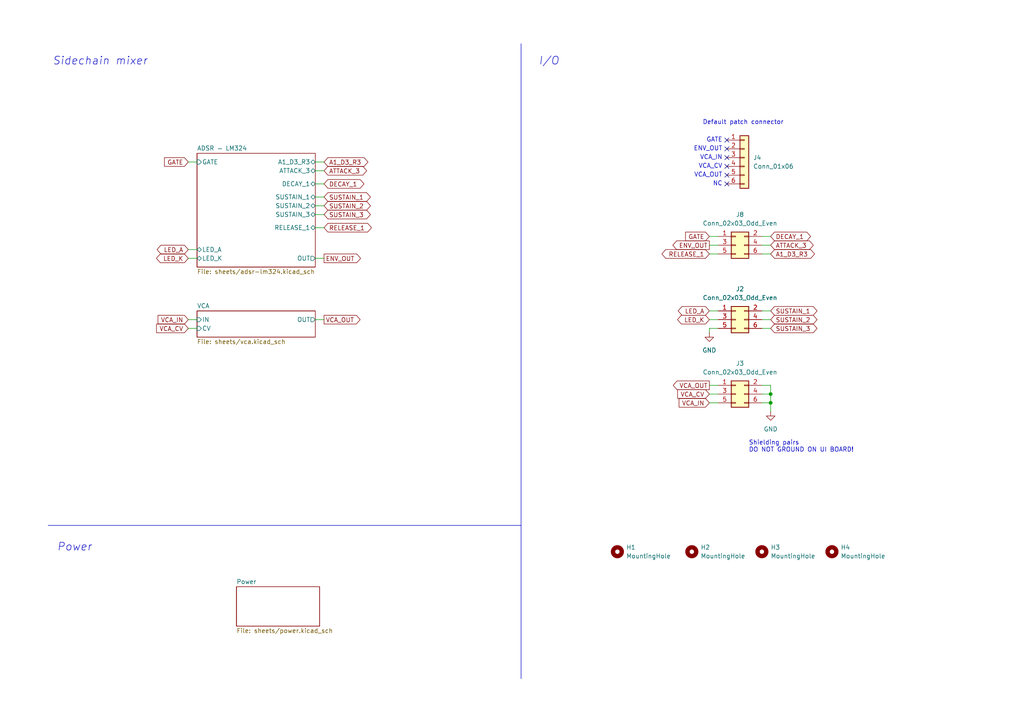
<source format=kicad_sch>
(kicad_sch (version 20250114) (generator "eeschema") (generator_version "9.0")
  (paper "A4")
  (lib_symbols
    (symbol "Connector_Generic:Conn_01x06" (pin_names (offset 1.016) (hide yes))
      (property "Reference" "J" (at 0 7.62 0))
      (property "Value" "Conn_01x06" (at 0 -10.16 0))
      (symbol "Conn_01x06_1_1"
        (rectangle (start -1.27 6.35) (end 1.27 -8.89) (stroke (width 0.254)) (fill (type background)))
        (rectangle (start -1.27 5.207) (end 0 4.953) (stroke (width 0.1524)))
        (rectangle (start -1.27 2.667) (end 0 2.413) (stroke (width 0.1524)))
        (rectangle (start -1.27 0.127) (end 0 -0.127) (stroke (width 0.1524)))
        (rectangle (start -1.27 -2.413) (end 0 -2.667) (stroke (width 0.1524)))
        (rectangle (start -1.27 -4.953) (end 0 -5.207) (stroke (width 0.1524)))
        (rectangle (start -1.27 -7.493) (end 0 -7.747) (stroke (width 0.1524)))
        (pin passive line (at -5.08 5.08 0) (length 3.81) (name "Pin_1") (number "1"))
        (pin passive line (at -5.08 2.54 0) (length 3.81) (name "Pin_2") (number "2"))
        (pin passive line (at -5.08 0 0) (length 3.81) (name "Pin_3") (number "3"))
        (pin passive line (at -5.08 -2.54 0) (length 3.81) (name "Pin_4") (number "4"))
        (pin passive line (at -5.08 -5.08 0) (length 3.81) (name "Pin_5") (number "5"))
        (pin passive line (at -5.08 -7.62 0) (length 3.81) (name "Pin_6") (number "6"))
      )
    )
    (symbol "Connector_Generic:Conn_02x03_Odd_Even" (pin_names (offset 1.016) (hide yes))
      (property "Reference" "J" (at 1.27 5.08 0))
      (property "Value" "Conn_02x03_Odd_Even" (at 1.27 -5.08 0))
      (symbol "Conn_02x03_Odd_Even_1_1"
        (rectangle (start -1.27 3.81) (end 3.81 -3.81) (stroke (width 0.254)) (fill (type background)))
        (rectangle (start -1.27 2.667) (end 0 2.413) (stroke (width 0.1524)))
        (rectangle (start -1.27 0.127) (end 0 -0.127) (stroke (width 0.1524)))
        (rectangle (start -1.27 -2.413) (end 0 -2.667) (stroke (width 0.1524)))
        (rectangle (start 3.81 2.667) (end 2.54 2.413) (stroke (width 0.1524)))
        (rectangle (start 3.81 0.127) (end 2.54 -0.127) (stroke (width 0.1524)))
        (rectangle (start 3.81 -2.413) (end 2.54 -2.667) (stroke (width 0.1524)))
        (pin passive line (at -5.08 2.54 0) (length 3.81) (name "Pin_1") (number "1"))
        (pin passive line (at -5.08 0 0) (length 3.81) (name "Pin_3") (number "3"))
        (pin passive line (at -5.08 -2.54 0) (length 3.81) (name "Pin_5") (number "5"))
        (pin passive line (at 7.62 2.54 180) (length 3.81) (name "Pin_2") (number "2"))
        (pin passive line (at 7.62 0 180) (length 3.81) (name "Pin_4") (number "4"))
        (pin passive line (at 7.62 -2.54 180) (length 3.81) (name "Pin_6") (number "6"))
      )
    )
    (symbol "Mechanical:MountingHole" (pin_names (offset 1.016)) (in_bom no)
      (property "Reference" "H" (at 0 5.08 0))
      (property "Value" "MountingHole" (at 0 3.175 0))
      (symbol "MountingHole_0_1"
        (circle (center 0 0) (radius 1.27) (stroke (width 1.27)))
      )
    )
    (symbol "power:GND" (power) (pin_numbers (hide yes)) (pin_names (offset 0) (hide yes))
      (property "Value" "GND" (at 0 -3.81 0))
      (symbol "GND_0_1"
        (polyline (pts (xy 0 0) (xy 0 -1.27) (xy 1.27 -1.27) (xy 0 -2.54) (xy -1.27 -1.27) (xy 0 -1.27)))
      )
      (symbol "GND_1_1"
        (pin power_in line (at 0 0 270) (length 0) (name "~") (number "1"))
      )
    )
  )
  (text "Power" (at 16.51 158.75 0) (effects (font (size 2.27 2.27) (italic yes)) (justify left)))
  (text "VCA_IN" (at 209.55 45.72 0) (effects (font (size 1.27 1.27)) (justify right)))
  (text "Default patch connector" (at 227.33 35.56 0) (effects (font (size 1.27 1.27)) (justify right)))
  (text "NC" (at 209.55 53.34 0) (effects (font (size 1.27 1.27)) (justify right)))
  (text "GATE" (at 209.55 40.64 0) (effects (font (size 1.27 1.27)) (justify right)))
  (text "Shielding pairs\nDO NOT GROUND ON UI BOARD!" (at 217.17 129.54 0) (effects (font (size 1.27 1.27)) (justify left)))
  (text "VCA_OUT" (at 209.55 50.8 0) (effects (font (size 1.27 1.27)) (justify right)))
  (text "Sidechain mixer" (at 15.24 17.78 0) (effects (font (size 2.27 2.27) (italic yes)) (justify left)))
  (text "ENV_OUT" (at 209.55 43.18 0) (effects (font (size 1.27 1.27)) (justify right)))
  (text "I/O" (at 156.21 17.78 0) (effects (font (size 2.27 2.27) (italic yes)) (justify left)))
  (text "VCA_CV" (at 209.55 48.26 0) (effects (font (size 1.27 1.27)) (justify right)))
  (junction (at 223.52 114.3))
  (junction (at 223.52 116.84))
  (no_connect (at 210.82 53.34))
  (no_connect (at 210.82 40.64))
  (no_connect (at 210.82 48.26))
  (no_connect (at 210.82 43.18))
  (no_connect (at 210.82 50.8))
  (no_connect (at 210.82 45.72))
  (wire (pts (xy 54.61 92.71) (xy 57.15 92.71)))
  (wire (pts (xy 223.52 114.3) (xy 223.52 116.84)))
  (wire (pts (xy 91.44 92.71) (xy 93.98 92.71)))
  (wire (pts (xy 208.28 116.84) (xy 205.74 116.84)))
  (wire (pts (xy 220.98 71.12) (xy 223.52 71.12)))
  (wire (pts (xy 220.98 116.84) (xy 223.52 116.84)))
  (wire (pts (xy 54.61 46.99) (xy 57.15 46.99)))
  (wire (pts (xy 205.74 111.76) (xy 208.28 111.76)))
  (wire (pts (xy 54.61 74.93) (xy 57.15 74.93)))
  (wire (pts (xy 223.52 111.76) (xy 223.52 114.3)))
  (wire (pts (xy 208.28 95.25) (xy 205.74 95.25)))
  (wire (pts (xy 91.44 53.34) (xy 93.98 53.34)))
  (wire (pts (xy 208.28 71.12) (xy 205.74 71.12)))
  (wire (pts (xy 220.98 73.66) (xy 223.52 73.66)))
  (wire (pts (xy 205.74 92.71) (xy 208.28 92.71)))
  (wire (pts (xy 223.52 68.58) (xy 220.98 68.58)))
  (wire (pts (xy 220.98 92.71) (xy 223.52 92.71)))
  (wire (pts (xy 220.98 90.17) (xy 223.52 90.17)))
  (wire (pts (xy 220.98 114.3) (xy 223.52 114.3)))
  (wire (pts (xy 205.74 90.17) (xy 208.28 90.17)))
  (wire (pts (xy 54.61 72.39) (xy 57.15 72.39)))
  (wire (pts (xy 223.52 116.84) (xy 223.52 119.38)))
  (wire (pts (xy 220.98 111.76) (xy 223.52 111.76)))
  (wire (pts (xy 91.44 62.23) (xy 93.98 62.23)))
  (wire (pts (xy 205.74 95.25) (xy 205.74 96.52)))
  (wire (pts (xy 220.98 95.25) (xy 223.52 95.25)))
  (wire (pts (xy 91.44 74.93) (xy 93.98 74.93)))
  (wire (pts (xy 205.74 68.58) (xy 208.28 68.58)))
  (wire (pts (xy 91.44 66.04) (xy 93.98 66.04)))
  (polyline (pts (xy 151.13 12.7) (xy 151.13 196.85)))
  (wire (pts (xy 93.98 46.99) (xy 91.44 46.99)))
  (wire (pts (xy 91.44 59.69) (xy 93.98 59.69)))
  (polyline (pts (xy 13.97 152.4) (xy 151.13 152.4)))
  (wire (pts (xy 54.61 95.25) (xy 57.15 95.25)))
  (wire (pts (xy 205.74 114.3) (xy 208.28 114.3)))
  (wire (pts (xy 91.44 57.15) (xy 93.98 57.15)))
  (wire (pts (xy 91.44 49.53) (xy 93.98 49.53)))
  (wire (pts (xy 208.28 73.66) (xy 205.74 73.66)))
  (global_label "VCA_OUT" (shape output) (at 205.74 111.76 180) (property "Intersheetrefs" "${INTERSHEET_REFS}" (effects (hide yes))))
  (global_label "DECAY_1" (shape bidirectional) (at 223.52 68.58 0) (property "Intersheetrefs" "${INTERSHEET_REFS}" (effects (hide yes))))
  (global_label "SUSTAIN_3" (shape bidirectional) (at 93.98 62.23 0) (property "Intersheetrefs" "${INTERSHEET_REFS}" (effects (hide yes))))
  (global_label "SUSTAIN_3" (shape bidirectional) (at 223.52 95.25 0) (property "Intersheetrefs" "${INTERSHEET_REFS}" (effects (hide yes))))
  (global_label "SUSTAIN_2" (shape bidirectional) (at 93.98 59.69 0) (property "Intersheetrefs" "${INTERSHEET_REFS}" (effects (hide yes))))
  (global_label "ATTACK_3" (shape bidirectional) (at 93.98 49.53 0) (property "Intersheetrefs" "${INTERSHEET_REFS}" (effects (hide yes))))
  (global_label "LED_A" (shape bidirectional) (at 205.74 90.17 180) (property "Intersheetrefs" "${INTERSHEET_REFS}" (effects (hide yes))))
  (global_label "SUSTAIN_1" (shape bidirectional) (at 93.98 57.15 0) (property "Intersheetrefs" "${INTERSHEET_REFS}" (effects (hide yes))))
  (global_label "ATTACK_3" (shape bidirectional) (at 223.52 71.12 0) (property "Intersheetrefs" "${INTERSHEET_REFS}" (effects (hide yes))))
  (global_label "SUSTAIN_2" (shape bidirectional) (at 223.52 92.71 0) (property "Intersheetrefs" "${INTERSHEET_REFS}" (effects (hide yes))))
  (global_label "RELEASE_1" (shape bidirectional) (at 93.98 66.04 0) (property "Intersheetrefs" "${INTERSHEET_REFS}" (effects (hide yes))))
  (global_label "A1_D3_R3" (shape bidirectional) (at 223.52 73.66 0) (property "Intersheetrefs" "${INTERSHEET_REFS}" (effects (hide yes))))
  (global_label "GATE" (shape input) (at 54.61 46.99 180) (property "Intersheetrefs" "${INTERSHEET_REFS}" (effects (hide yes))))
  (global_label "VCA_IN" (shape input) (at 205.74 116.84 180) (property "Intersheetrefs" "${INTERSHEET_REFS}" (effects (hide yes))))
  (global_label "DECAY_1" (shape bidirectional) (at 93.98 53.34 0) (property "Intersheetrefs" "${INTERSHEET_REFS}" (effects (hide yes))))
  (global_label "LED_K" (shape bidirectional) (at 54.61 74.93 180) (property "Intersheetrefs" "${INTERSHEET_REFS}" (effects (hide yes))))
  (global_label "LED_A" (shape bidirectional) (at 54.61 72.39 180) (property "Intersheetrefs" "${INTERSHEET_REFS}" (effects (hide yes))))
  (global_label "VCA_OUT" (shape output) (at 93.98 92.71 0) (property "Intersheetrefs" "${INTERSHEET_REFS}" (effects (hide yes))))
  (global_label "ENV_OUT" (shape output) (at 205.74 71.12 180) (property "Intersheetrefs" "${INTERSHEET_REFS}" (effects (hide yes))))
  (global_label "ENV_OUT" (shape output) (at 93.98 74.93 0) (property "Intersheetrefs" "${INTERSHEET_REFS}" (effects (hide yes))))
  (global_label "GATE" (shape input) (at 205.74 68.58 180) (property "Intersheetrefs" "${INTERSHEET_REFS}" (effects (hide yes))))
  (global_label "VCA_IN" (shape input) (at 54.61 92.71 180) (property "Intersheetrefs" "${INTERSHEET_REFS}" (effects (hide yes))))
  (global_label "A1_D3_R3" (shape bidirectional) (at 93.98 46.99 0) (property "Intersheetrefs" "${INTERSHEET_REFS}" (effects (hide yes))))
  (global_label "RELEASE_1" (shape bidirectional) (at 205.74 73.66 180) (property "Intersheetrefs" "${INTERSHEET_REFS}" (effects (hide yes))))
  (global_label "VCA_CV" (shape input) (at 54.61 95.25 180) (property "Intersheetrefs" "${INTERSHEET_REFS}" (effects (hide yes))))
  (global_label "LED_K" (shape bidirectional) (at 205.74 92.71 180) (property "Intersheetrefs" "${INTERSHEET_REFS}" (effects (hide yes))))
  (global_label "VCA_CV" (shape input) (at 205.74 114.3 180) (property "Intersheetrefs" "${INTERSHEET_REFS}" (effects (hide yes))))
  (global_label "SUSTAIN_1" (shape bidirectional) (at 223.52 90.17 0) (property "Intersheetrefs" "${INTERSHEET_REFS}" (effects (hide yes))))
  (symbol (lib_id "power:GND") (at 223.52 119.38 0) (unit 1)
    (property "Reference" "#PWR02" (effects (hide yes)))
    (property "Value" "GND" (at 223.52 124.46 0))
    (property "Description" "Power symbol creates a global label with name \"GND\" , ground" (effects (hide yes)))
  )
  (symbol (lib_id "Mechanical:MountingHole") (at 200.66 160.02 0) (unit 1) (in_bom no)
    (property "Reference" "H2" (at 203.2 158.7499 0) (effects (justify left)))
    (property "Value" "MountingHole" (at 203.2 161.2899 0) (effects (justify left)))
    (property "Footprint" "MountingHole:MountingHole_3.2mm_M3_DIN965_Pad" (effects (hide yes)))
    (property "Description" "Mounting Hole without connection" (effects (hide yes)))
    (property "Vendor" "-" (effects (hide yes)))
  )
  (symbol (lib_id "Connector_Generic:Conn_02x03_Odd_Even") (at 213.36 114.3 0) (unit 1)
    (property "Reference" "J3" (at 214.63 105.41 0))
    (property "Value" "Conn_02x03_Odd_Even" (at 214.63 107.95 0))
    (property "Footprint" "Connector_PinHeader_2.54mm:PinHeader_2x03_P2.54mm_Vertical" (effects (hide yes)))
    (property "Description" "Generic connector, double row, 02x03, odd/even pin numbering scheme (row 1 odd numbers, row 2 even numbers), script generated (kicad-library-utils/schlib/autogen/connector/)" (effects (hide yes)))
    (property "Vendor" "Mouser" (effects (hide yes)))
  )
  (symbol (lib_id "power:GND") (at 205.74 96.52 0) (unit 1)
    (property "Reference" "#PWR01" (effects (hide yes)))
    (property "Value" "GND" (at 205.74 101.6 0))
    (property "Description" "Power symbol creates a global label with name \"GND\" , ground" (effects (hide yes)))
  )
  (symbol (lib_id "Mechanical:MountingHole") (at 179.07 160.02 0) (unit 1) (in_bom no)
    (property "Reference" "H1" (at 181.61 158.7499 0) (effects (justify left)))
    (property "Value" "MountingHole" (at 181.61 161.2899 0) (effects (justify left)))
    (property "Footprint" "MountingHole:MountingHole_3.2mm_M3_DIN965_Pad" (effects (hide yes)))
    (property "Description" "Mounting Hole without connection" (effects (hide yes)))
    (property "Vendor" "-" (effects (hide yes)))
  )
  (symbol (lib_id "Connector_Generic:Conn_01x06") (at 215.9 45.72 0) (unit 1)
    (property "Reference" "J4" (at 218.44 45.7199 0) (effects (justify left)))
    (property "Value" "Conn_01x06" (at 218.44 48.2599 0) (effects (justify left)))
    (property "Footprint" "Connector_PinHeader_2.54mm:PinHeader_1x06_P2.54mm_Vertical" (effects (hide yes)))
    (property "Description" "Generic connector, single row, 01x06, script generated (kicad-library-utils/schlib/autogen/connector/)" (effects (hide yes)))
    (property "Vendor" "Mouser" (effects (hide yes)))
  )
  (symbol (lib_id "Mechanical:MountingHole") (at 220.98 160.02 0) (unit 1) (in_bom no)
    (property "Reference" "H3" (at 223.52 158.7499 0) (effects (justify left)))
    (property "Value" "MountingHole" (at 223.52 161.2899 0) (effects (justify left)))
    (property "Footprint" "MountingHole:MountingHole_3.2mm_M3_DIN965_Pad" (effects (hide yes)))
    (property "Description" "Mounting Hole without connection" (effects (hide yes)))
    (property "Vendor" "-" (effects (hide yes)))
  )
  (symbol (lib_id "Mechanical:MountingHole") (at 241.3 160.02 0) (unit 1) (in_bom no)
    (property "Reference" "H4" (at 243.84 158.7499 0) (effects (justify left)))
    (property "Value" "MountingHole" (at 243.84 161.2899 0) (effects (justify left)))
    (property "Footprint" "MountingHole:MountingHole_3.2mm_M3_DIN965_Pad" (effects (hide yes)))
    (property "Description" "Mounting Hole without connection" (effects (hide yes)))
    (property "Vendor" "-" (effects (hide yes)))
  )
  (symbol (lib_id "Connector_Generic:Conn_02x03_Odd_Even") (at 213.36 92.71 0) (unit 1)
    (property "Reference" "J2" (at 214.63 83.82 0))
    (property "Value" "Conn_02x03_Odd_Even" (at 214.63 86.36 0))
    (property "Footprint" "Connector_PinHeader_2.54mm:PinHeader_2x03_P2.54mm_Vertical" (effects (hide yes)))
    (property "Description" "Generic connector, double row, 02x03, odd/even pin numbering scheme (row 1 odd numbers, row 2 even numbers), script generated (kicad-library-utils/schlib/autogen/connector/)" (effects (hide yes)))
    (property "Vendor" "Mouser" (effects (hide yes)))
  )
  (symbol (lib_id "Connector_Generic:Conn_02x03_Odd_Even") (at 213.36 71.12 0) (unit 1)
    (property "Reference" "J8" (at 214.63 62.23 0))
    (property "Value" "Conn_02x03_Odd_Even" (at 214.63 64.77 0))
    (property "Footprint" "Connector_PinHeader_2.54mm:PinHeader_2x03_P2.54mm_Vertical" (effects (hide yes)))
    (property "Description" "Generic connector, double row, 02x03, odd/even pin numbering scheme (row 1 odd numbers, row 2 even numbers), script generated (kicad-library-utils/schlib/autogen/connector/)" (effects (hide yes)))
    (property "Vendor" "Mouser" (effects (hide yes)))
  )
  (sheet (at 68.58 170.18) (size 24.13 11.43) (stroke (width 0.1524))
    (property "Sheetname" "Power" (at 68.58 169.4684 0) (effects (justify left bottom)))
    (property "Sheetfile" "sheets/power.kicad_sch" (at 68.58 182.1946 0) (effects (justify left top)))
  )
  (sheet (at 57.15 44.45) (size 34.29 33.02) (stroke (width 0.1524))
    (property "Sheetname" "ADSR — LM324" (at 57.15 43.7384 0) (effects (justify left bottom)))
    (property "Sheetfile" "sheets/adsr-lm324.kicad_sch" (at 57.15 78.0546 0) (effects (justify left top)))
    (pin "DECAY_1" bidirectional (at 91.44 53.34 0))
    (pin "GATE" input (at 57.15 46.99 180))
    (pin "LED_A" bidirectional (at 57.15 72.39 180))
    (pin "LED_K" bidirectional (at 57.15 74.93 180))
    (pin "OUT" output (at 91.44 74.93 0))
    (pin "RELEASE_1" bidirectional (at 91.44 66.04 0))
    (pin "SUSTAIN_1" bidirectional (at 91.44 57.15 0))
    (pin "SUSTAIN_2" bidirectional (at 91.44 59.69 0))
    (pin "SUSTAIN_3" bidirectional (at 91.44 62.23 0))
    (pin "ATTACK_3" bidirectional (at 91.44 49.53 0))
    (pin "A1_D3_R3" bidirectional (at 91.44 46.99 0))
  )
  (sheet (at 57.15 90.17) (size 34.29 7.62) (stroke (width 0.1524))
    (property "Sheetname" "VCA" (at 57.15 89.4584 0) (effects (justify left bottom)))
    (property "Sheetfile" "sheets/vca.kicad_sch" (at 57.15 98.3746 0) (effects (justify left top)))
    (pin "CV" input (at 57.15 95.25 180))
    (pin "IN" input (at 57.15 92.71 180))
    (pin "OUT" output (at 91.44 92.71 0))
  )
)
</source>
